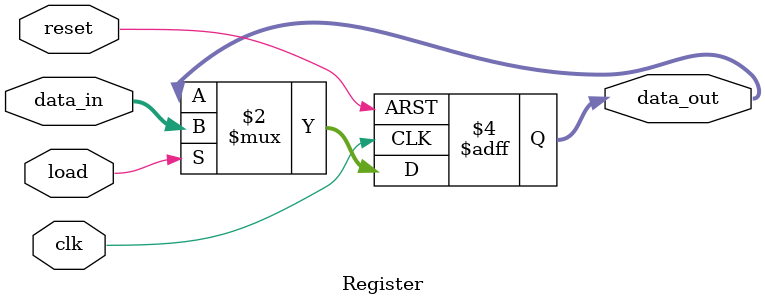
<source format=v>
module Register
  #(parameter k = 16)
  (
    input wire clk,
    input wire reset,
    input wire load,
    input wire [k-1:0] data_in,
    output reg [k-1:0] data_out
  );

  always @(posedge clk or posedge reset)
  begin
    if (reset)  // reset
      data_out <= 0;
    else if (load)  // load
      data_out <= data_in;
  end

endmodule

</source>
